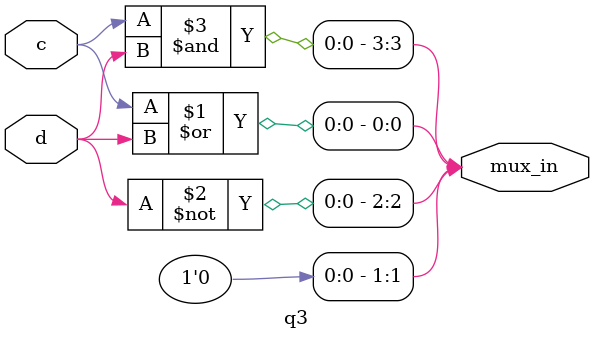
<source format=v>
module q3(c,
          d,
          mux_in);
    input c,d;
    output      [3:0] mux_in;
    
    assign mux_in[0] = c|d;
    assign mux_in[1] = 0;
    assign mux_in[2] = ~d;
    assign mux_in[3] = c &d;
    
    
endmodule

</source>
